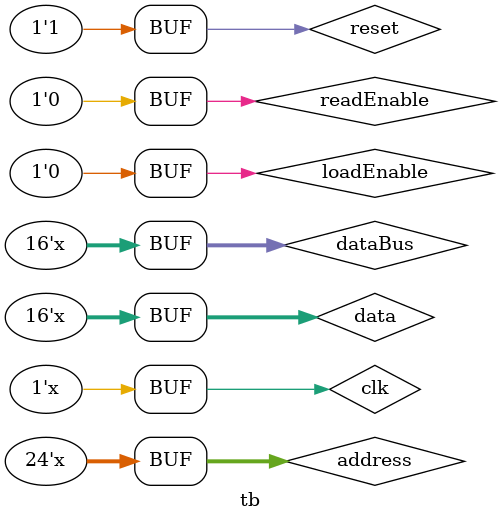
<source format=v>
module tb();

reg [15:0] data;
wire [15:0] dataBus;
reg [23:0] address;
reg loadEnable;
reg readEnable;

reg clk;
reg reset;

assign dataBus = data;

initial begin
	data <= 16'dz;
	address <= 24'h001000;
	reset = 0;
	clk <= 1;
	loadEnable <= 0;
	readEnable <= 0;
	
	#1 reset = 1;
end

wire [15:0] regOut;
wire loadEnable_io;
wire iomatch;

register testReg(
	.data_in(dataBus),
	.data_out(regOut),

	.load(loadEnable_io),
	.clear(reset),
	.clk(clk)
);

busSwitch #(
	.mask(24'hfff000),
	.comp(24'h03f000)
) ioBusSwitch (
	.address(address),
	.data(dataBus),
	.loadEnable(loadEnable),
	.outputEnable(readEnable),
	.clk(clk),
	.reset(reset),
	
	.data_from_storage(regOut),
	.load_out(loadEnable_io),
	.outputDisable(1'd0),
	.match(iomatch)
);

busSwitch #(
	.mask(24'hffc000),
	.comp(24'h03c000)
) romBusSwitch1 (
	.address(address),
	.data(dataBus),
	.loadEnable(loadEnable),
	.outputEnable(readEnable),
	.clk(clk),
	.reset(reset),
	
	.data_from_storage(16'd0),
	.load_out(),
	.outputDisable(iomatch),
	.match()
);





always @ (clk) #5 clk <= ~clk;

always @ (address) #10 address <= address + 24'h000100;

endmodule


</source>
